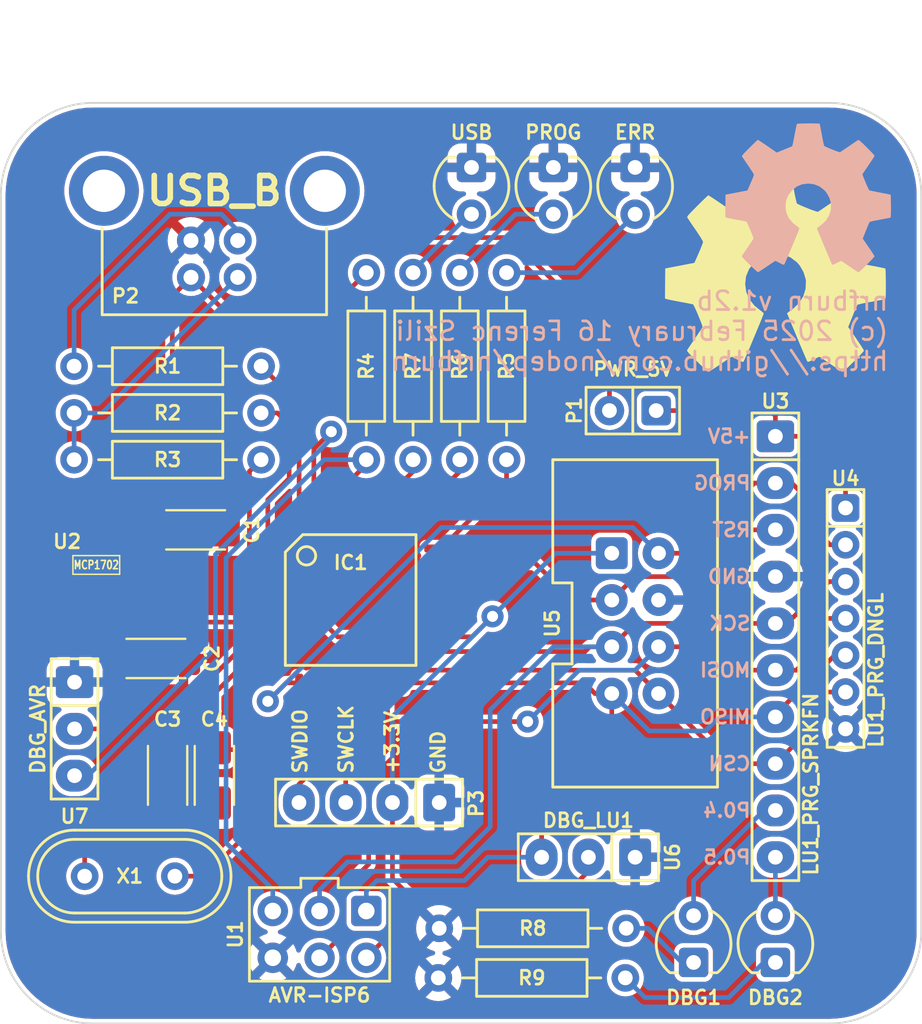
<source format=kicad_pcb>
(kicad_pcb (version 20240108) (generator "pcbnew") (generator_version "8.0")
  (layers (0 "F.Cu" signal) (31 "B.Cu" signal) (34 "B.Paste" user) (35 "F.Paste" user) (36 "B.SilkS" user "B.Silkscreen") (37 "F.SilkS" user "F.Silkscreen") (38 "B.Mask" user) (39 "F.Mask" user) (44 "Edge.Cuts" user))
  (net 0 "")
  (net 1 "+5V")
  (net 2 "GND")
  (net 3 "Net-(IC1-(PCINT6{slash}XTAL1{slash}TOSC1)PB6)")
  (net 4 "Net-(IC1-(PCINT7{slash}XTAL2{slash}TOSC2)PB7)")
  (net 5 "Net-(D1-K)")
  (net 6 "/D-")
  (net 7 "/DPU")
  (net 8 "/PROG")
  (net 9 "/SWDIO")
  (net 10 "/SWCLK")
  (net 11 "/CSN")
  (net 12 "/MOSI")
  (net 13 "/MISO")
  (net 14 "/SCK")
  (net 15 "/TGT_RST")
  (net 16 "/AVR_TX")
  (net 17 "/D+")
  (net 18 "Net-(D2-K)")
  (net 19 "/AVR_RST")
  (net 20 "/DBG1")
  (net 21 "Net-(D3-K)")
  (net 22 "/DBG2")
  (net 23 "Net-(D4-A)")
  (net 24 "+3V3")
  (net 25 "Net-(D5-A)")
  (net 28 "Net-(IC1-(PCINT9{slash}ADC1)PC1)")
  (net 31 "Net-(IC1-(PCINT11{slash}ADC3)PC3)")
  (net 33 "Net-(IC1-(PCINT10{slash}ADC2)PC2)")
  (net 37 "Net-(P1-P1)")
  (net 39 "Net-(P2-D+)")
  (net 40 "Net-(P2-D-)")
  (footprint "nrfburn:c_1206" (layer "F.Cu") (at 60.579 123.19 180)
    (property "Reference" "C1" (at -3.048 0 -90) (layer "F.SilkS") (effects (font (size 0.75 0.75))))
    (property "Value" "1uF" (hide yes))
    (pad "1" smd roundrect (at 1.5 0 180) (size 1.8 1.8) (layers "F.Cu" "F.Paste" "F.Mask") (roundrect_rratio 0.1388888889) (net 1 "+5V"))
    (pad "2" smd roundrect (at -1.5 0 180) (size 1.8 1.8) (layers "F.Cu" "F.Paste" "F.Mask") (roundrect_rratio 0.1388888889) (net 2 "GND"))
  )
  (footprint "nrfburn:c_1206" (layer "F.Cu") (at 58.42 130.175 180)
    (property "Reference" "C2" (at -3.048 0 -90) (layer "F.SilkS") (effects (font (size 0.75 0.75))))
    (property "Value" "1uF" (hide yes))
    (pad "1" smd roundrect (at 1.5 0 180) (size 1.8 1.8) (layers "F.Cu" "F.Paste" "F.Mask") (roundrect_rratio 0.1388888889) (net 24 "+3V3"))
    (pad "2" smd roundrect (at -1.5 0 180) (size 1.8 1.8) (layers "F.Cu" "F.Paste" "F.Mask") (roundrect_rratio 0.1388888889) (net 2 "GND"))
  )
  (footprint "nrfburn:c_1206" (layer "F.Cu") (at 59.055 136.525 -90)
    (property "Reference" "C3" (at -3.048 0 0) (layer "F.SilkS") (effects (font (size 0.75 0.75))))
    (property "Value" "18pF" (hide yes))
    (pad "1" smd roundrect (at 1.5 0 270) (size 1.8 1.8) (layers "F.Cu" "F.Paste" "F.Mask") (roundrect_rratio 0.1388888889) (net 2 "GND"))
    (pad "2" smd roundrect (at -1.5 0 270) (size 1.8 1.8) (layers "F.Cu" "F.Paste" "F.Mask") (roundrect_rratio 0.1388888889) (net 3 "Net-(IC1-(PCINT6{slash}XTAL1{slash}TOSC1)PB6)"))
  )
  (footprint "nrfburn:c_1206" (layer "F.Cu") (at 61.595 136.525 -90)
    (property "Reference" "C4" (at -3.048 0 0) (layer "F.SilkS") (effects (font (size 0.75 0.75))))
    (property "Value" "18pF" (hide yes))
    (pad "1" smd roundrect (at 1.5 0 270) (size 1.8 1.8) (layers "F.Cu" "F.Paste" "F.Mask") (roundrect_rratio 0.1388888889) (net 2 "GND"))
    (pad "2" smd roundrect (at -1.5 0 270) (size 1.8 1.8) (layers "F.Cu" "F.Paste" "F.Mask") (roundrect_rratio 0.1388888889) (net 4 "Net-(IC1-(PCINT7{slash}XTAL2{slash}TOSC2)PB7)"))
  )
  (footprint "nrfburn:LED-3MM" (layer "F.Cu") (at 80.01 104.775 90)
    (property "Reference" "D1")
    (property "Value" "PROG" (at 3.175 0 180) (layer "F.SilkS") (effects (font (size 0.75 0.75))))
    (pad "1" thru_hole circle (at -1.27 0 90) (size 1.6 1.6) (drill 0.8) (layers "*.Cu" "*.Mask") (net 5 "Net-(D1-K)"))
    (pad "2" thru_hole roundrect (at 1.27 0 90) (size 1.6 1.6) (drill 0.8) (layers "*.Cu" "*.Mask") (roundrect_rratio 0.15625) (net 2 "GND"))
  )
  (footprint "nrfburn:LED-3MM" (layer "F.Cu") (at 84.455 104.775 90)
    (property "Reference" "D2")
    (property "Value" "ERR" (at 3.175 0 180) (layer "F.SilkS") (effects (font (size 0.75 0.75))))
    (pad "1" thru_hole circle (at -1.27 0 90) (size 1.6 1.6) (drill 0.8) (layers "*.Cu" "*.Mask") (net 18 "Net-(D2-K)"))
    (pad "2" thru_hole roundrect (at 1.27 0 90) (size 1.6 1.6) (drill 0.8) (layers "*.Cu" "*.Mask") (roundrect_rratio 0.15625) (net 2 "GND"))
  )
  (footprint "nrfburn:LED-3MM" (layer "F.Cu") (at 75.565 104.775 90)
    (property "Reference" "D3")
    (property "Value" "USB" (at 3.175 0 180) (layer "F.SilkS") (effects (font (size 0.75 0.75))))
    (pad "1" thru_hole circle (at -1.27 0 90) (size 1.6 1.6) (drill 0.8) (layers "*.Cu" "*.Mask") (net 21 "Net-(D3-K)"))
    (pad "2" thru_hole roundrect (at 1.27 0 90) (size 1.6 1.6) (drill 0.8) (layers "*.Cu" "*.Mask") (roundrect_rratio 0.15625) (net 2 "GND"))
  )
  (footprint "nrfburn:Pin_Header_Straight_1x02" (layer "F.Cu") (at 84.328 116.713 180)
    (property "Reference" "P1" (at 3.175 0 -90) (layer "F.SilkS") (effects (font (size 0.75 0.75))))
    (property "Value" "PWR_5V" (at 0 2.25 180) (layer "F.SilkS") (effects (font (size 0.75 0.75))))
    (pad "1" thru_hole roundrect (at -1.27 0 180) (size 1.6 1.6) (drill 0.8) (layers "*.Cu" "*.Mask") (roundrect_rratio 0.15625) (net 37 "Net-(P1-P1)"))
    (pad "2" thru_hole circle (at 1.27 0 180) (size 1.6 1.6) (drill 0.8) (layers "*.Cu" "*.Mask") (net 1 "+5V"))
  )
  (footprint "nrfburn:Pin_Header_Straight_1x04" (layer "F.Cu") (at 70 138 180)
    (property "Reference" "P3" (at -5.819 -0.049 -90) (layer "F.SilkS") (effects (font (size 0.75 0.75))))
    (property "Value" "SWD" (hide yes))
    (pad "1" thru_hole roundrect (at -3.81 0 180) (size 1.7272 2.032) (drill 0.8) (layers "*.Cu" "*.Mask") (roundrect_rratio 0.1447429365) (net 2 "GND"))
    (pad "2" thru_hole oval (at -1.27 0 180) (size 1.7272 2.032) (drill 0.8) (layers "*.Cu" "*.Mask") (net 24 "+3V3"))
    (pad "3" thru_hole oval (at 1.27 0 180) (size 1.7272 2.032) (drill 0.8) (layers "*.Cu" "*.Mask") (net 10 "/SWCLK"))
    (pad "4" thru_hole oval (at 3.81 0 180) (size 1.7272 2.032) (drill 0.8) (layers "*.Cu" "*.Mask") (net 9 "/SWDIO"))
  )
  (footprint "nrfburn:Resistor_Horizontal_RM10mm" (layer "F.Cu") (at 59.055 114.3 180)
    (property "Reference" "R1" (at 0 0 180) (layer "F.SilkS") (effects (font (size 0.75 0.75))))
    (property "Value" "68R" (hide yes))
    (pad "1" thru_hole circle (at -5.08 0 180) (size 1.5 1.5) (drill 0.8) (layers "*.Cu" "*.Mask") (net 17 "/D+"))
    (pad "2" thru_hole circle (at 5.08 0 180) (size 1.5 1.5) (drill 0.8) (layers "*.Cu" "*.Mask") (net 39 "Net-(P2-D+)"))
  )
  (footprint "nrfburn:Resistor_Horizontal_RM10mm" (layer "F.Cu") (at 59.055 116.84 180)
    (property "Reference" "R2" (at 0 0 180) (layer "F.SilkS") (effects (font (size 0.75 0.75))))
    (property "Value" "68R" (hide yes))
    (pad "1" thru_hole circle (at -5.08 0 180) (size 1.5 1.5) (drill 0.8) (layers "*.Cu" "*.Mask") (net 6 "/D-"))
    (pad "2" thru_hole circle (at 5.08 0 180) (size 1.5 1.5) (drill 0.8) (layers "*.Cu" "*.Mask") (net 40 "Net-(P2-D-)"))
  )
  (footprint "nrfburn:Resistor_Horizontal_RM10mm" (layer "F.Cu") (at 59.055 119.38 180)
    (property "Reference" "R3" (at 0 0 180) (layer "F.SilkS") (effects (font (size 0.75 0.75))))
    (property "Value" "1K5" (hide yes))
    (pad "1" thru_hole circle (at -5.08 0 180) (size 1.5 1.5) (drill 0.8) (layers "*.Cu" "*.Mask") (net 7 "/DPU"))
    (pad "2" thru_hole circle (at 5.08 0 180) (size 1.5 1.5) (drill 0.8) (layers "*.Cu" "*.Mask") (net 40 "Net-(P2-D-)"))
  )
  (footprint "nrfburn:Resistor_Horizontal_RM10mm" (layer "F.Cu") (at 69.85 114.3 -90)
    (property "Reference" "R4" (at 0 0 -90) (layer "F.SilkS") (effects (font (size 0.75 0.75))))
    (property "Value" "10K" (hide yes))
    (pad "1" thru_hole circle (at -5.08 0 270) (size 1.5 1.5) (drill 0.8) (layers "*.Cu" "*.Mask") (net 24 "+3V3"))
    (pad "2" thru_hole circle (at 5.08 0 270) (size 1.5 1.5) (drill 0.8) (layers "*.Cu" "*.Mask") (net 19 "/AVR_RST"))
  )
  (footprint "nrfburn:Resistor_Horizontal_RM10mm" (layer "F.Cu") (at 77.47 114.3 -90)
    (property "Reference" "R5" (at 0 0 -90) (layer "F.SilkS") (effects (font (size 0.75 0.75))))
    (property "Value" "1K" (hide yes))
    (pad "1" thru_hole circle (at -5.08 0 270) (size 1.5 1.5) (drill 0.8) (layers "*.Cu" "*.Mask") (net 18 "Net-(D2-K)"))
    (pad "2" thru_hole circle (at 5.08 0 270) (size 1.5 1.5) (drill 0.8) (layers "*.Cu" "*.Mask") (net 28 "Net-(IC1-(PCINT9{slash}ADC1)PC1)"))
  )
  (footprint "nrfburn:Resistor_Horizontal_RM10mm" (layer "F.Cu") (at 74.93 114.3 -90)
    (property "Reference" "R6" (at 0 0 -90) (layer "F.SilkS") (effects (font (size 0.75 0.75))))
    (property "Value" "1K" (hide yes))
    (pad "1" thru_hole circle (at -5.08 0 270) (size 1.5 1.5) (drill 0.8) (layers "*.Cu" "*.Mask") (net 5 "Net-(D1-K)"))
    (pad "2" thru_hole circle (at 5.08 0 270) (size 1.5 1.5) (drill 0.8) (layers "*.Cu" "*.Mask") (net 33 "Net-(IC1-(PCINT10{slash}ADC2)PC2)"))
  )
  (footprint "nrfburn:Resistor_Horizontal_RM10mm" (layer "F.Cu") (at 72.39 114.3 -90)
    (property "Reference" "R7" (at 0 0 -90) (layer "F.SilkS") (effects (font (size 0.75 0.75))))
    (property "Value" "1K" (hide yes))
    (pad "1" thru_hole circle (at -5.08 0 270) (size 1.5 1.5) (drill 0.8) (layers "*.Cu" "*.Mask") (net 21 "Net-(D3-K)"))
    (pad "2" thru_hole circle (at 5.08 0 270) (size 1.5 1.5) (drill 0.8) (layers "*.Cu" "*.Mask") (net 31 "Net-(IC1-(PCINT11{slash}ADC3)PC3)"))
  )
  (footprint "nrfburn:AVR_ISP6" (layer "F.Cu") (at 67.31 145.161 -90)
    (property "Reference" "U1" (at 0 4.572 -90) (layer "F.SilkS") (effects (font (size 0.75 0.75))))
    (property "Value" "AVR-ISP6" (at 3.302 0 0) (layer "F.SilkS") (effects (font (size 0.75 0.75))))
    (pad "1" thru_hole roundrect (at -1.27 -2.54 270) (size 1.65 1.65) (drill 0.9) (layers "*.Cu" "*.Mask") (roundrect_rratio 0.1515151515) (net 13 "/MISO"))
    (pad "2" thru_hole circle (at 1.27 -2.54 270) (size 1.65 1.65) (drill 0.9) (layers "*.Cu" "*.Mask") (net 24 "+3V3"))
    (pad "3" thru_hole circle (at -1.27 0 270) (size 1.65 1.65) (drill 0.9) (layers "*.Cu" "*.Mask") (net 14 "/SCK"))
    (pad "4" thru_hole circle (at 1.27 0 270) (size 1.65 1.65) (drill 0.9) (layers "*.Cu" "*.Mask") (net 12 "/MOSI"))
    (pad "5" thru_hole circle (at -1.27 2.54 270) (size 1.65 1.65) (drill 0.9) (layers "*.Cu" "*.Mask") (net 19 "/AVR_RST"))
    (pad "6" thru_hole circle (at 1.27 2.54 270) (size 1.65 1.65) (drill 0.9) (layers "*.Cu" "*.Mask") (net 2 "GND"))
  )
  (footprint "nrfburn:Pin_Header_Straight_1x10" (layer "F.Cu") (at 92.075 129.54 -90)
    (property "Reference" "U3" (at -13.335 0 0) (layer "F.SilkS") (effects (font (size 0.75 0.75))))
    (property "Value" "LU1_PRG_SPRKFN" (at 7.46 -1.925 -90) (layer "F.SilkS") (effects (font (size 0.75 0.75) (thickness 0.15) (bold yes))))
    (pad "1" thru_hole roundrect (at -11.43 0 270) (size 1.7272 2.032) (drill 0.8) (layers "*.Cu" "*.Mask") (roundrect_rratio 0.1447429365) (net 37 "Net-(P1-P1)"))
    (pad "2" thru_hole oval (at -8.89 0 270) (size 1.7272 2.032) (drill 0.8) (layers "*.Cu" "*.Mask") (net 8 "/PROG"))
    (pad "3" thru_hole oval (at -6.35 0 270) (size 1.7272 2.032) (drill 0.8) (layers "*.Cu" "*.Mask") (net 15 "/TGT_RST"))
    (pad "4" thru_hole oval (at -3.81 0 270) (size 1.7272 2.032) (drill 0.8) (layers "*.Cu" "*.Mask") (net 2 "GND"))
    (pad "5" thru_hole oval (at -1.27 0 270) (size 1.7272 2.032) (drill 0.8) (layers "*.Cu" "*.Mask") (net 14 "/SCK"))
    (pad "6" thru_hole oval (at 1.27 0 270) (size 1.7272 2.032) (drill 0.8) (layers "*.Cu" "*.Mask") (net 12 "/MOSI"))
    (pad "7" thru_hole oval (at 3.81 0 270) (size 1.7272 2.032) (drill 0.8) (layers "*.Cu" "*.Mask") (net 13 "/MISO"))
    (pad "8" thru_hole oval (at 6.35 0 270) (size 1.7272 2.032) (drill 0.8) (layers "*.Cu" "*.Mask") (net 11 "/CSN"))
    (pad "9" thru_hole oval (at 8.89 0 270) (size 1.7272 2.032) (drill 0.8) (layers "*.Cu" "*.Mask") (net 20 "/DBG1"))
    (pad "10" thru_hole oval (at 11.43 0 270) (size 1.7272 2.032) (drill 0.8) (layers "*.Cu" "*.Mask") (net 22 "/DBG2"))
  )
  (footprint "nrfburn:LU1_PRG_DONGLE" (layer "F.Cu") (at 95.885 128)
    (property "Reference" "U4" (at 0 -7.604 0) (layer "F.SilkS") (effects (font (size 0.75 0.75))))
    (property "Value" "LU1_PRG_DNGL" (at 1.651 2.81 90) (layer "F.SilkS") (effects (font (size 0.75 0.75) (thickness 0.15) (bold yes))))
    (pad "1" thru_hole roundrect (at 0 -6) (size 1.5 1.5) (drill 0.8) (layers "*.Cu" "*.Mask") (roundrect_rratio 0.1923076923) (net 37 "Net-(P1-P1)"))
    (pad "2" thru_hole circle (at 0 -4) (size 1.5 1.5) (drill 0.8) (layers "*.Cu" "*.Mask") (net 8 "/PROG"))
    (pad "3" thru_hole circle (at 0 -2) (size 1.5 1.5) (drill 0.8) (layers "*.Cu" "*.Mask") (net 14 "/SCK"))
    (pad "4" thru_hole circle (at 0 0) (size 1.5 1.5) (drill 0.8) (layers "*.Cu" "*.Mask") (net 12 "/MOSI"))
    (pad "5" thru_hole circle (at 0 2) (size 1.5 1.5) (drill 0.8) (layers "*.Cu" "*.Mask") (net 13 "/MISO"))
    (pad "6" thru_hole circle (at 0 4) (size 1.5 1.5) (drill 0.8) (layers "*.Cu" "*.Mask") (net 11 "/CSN"))
    (pad "7" thru_hole circle (at 0 6) (size 1.5 1.5) (drill 0.8) (layers "*.Cu" "*.Mask") (net 2 "GND"))
  )
  (footprint "nrfburn:NRF_ICSP_RibbonCable" (layer "F.Cu") (at 84.455 128.27 -90)
    (property "Reference" "U5" (at 0 4.5 90) (layer "F.SilkS") (effects (font (size 0.75 0.75))))
    (property "Value" "LE1_PRG" (hide yes))
    (pad "1" thru_hole roundrect (at -3.81 1.27 270) (size 1.7272 1.7272) (drill 0.8) (layers "*.Cu" "*.Mask") (roundrect_rratio 0.1447429365) (net 24 "+3V3"))
    (pad "2" thru_hole oval (at -3.81 -1.27 270) (size 1.7272 1.7272) (drill 0.8) (layers "*.Cu" "*.Mask") (net 8 "/PROG"))
    (pad "3" thru_hole oval (at -1.27 1.27 270) (size 1.7272 1.7272) (drill 0.8) (layers "*.Cu" "*.Mask") (net 15 "/TGT_RST"))
    (pad "4" thru_hole oval (at -1.27 -1.27 270) (size 1.7272 1.7272) (drill 0.8) (layers "*.Cu" "*.Mask") (net 2 "GND"))
    (pad "5" thru_hole oval (at 1.27 1.27 270) (size 1.7272 1.7272) (drill 0.8) (layers "*.Cu" "*.Mask") (net 14 "/SCK"))
    (pad "6" thru_hole oval (at 1.27 -1.27 270) (size 1.7272 1.7272) (drill 0.8) (layers "*.Cu" "*.Mask") (net 12 "/MOSI"))
    (pad "7" thru_hole oval (at 3.81 1.27 270) (size 1.7272 1.7272) (drill 0.8) (layers "*.Cu" "*.Mask") (net 13 "/MISO"))
    (pad "8" thru_hole oval (at 3.81 -1.27 270) (size 1.7272 1.7272) (drill 0.8) (layers "*.Cu" "*.Mask") (net 11 "/CSN"))
  )
  (footprint "nrfburn:Pin_Header_Straight_1x03" (layer "F.Cu") (at 81.915 140.97 180)
    (property "Reference" "U6" (at -4.572 0 -90) (layer "F.SilkS") (effects (font (size 0.75 0.75))))
    (property "Value" "DBG_LU1" (at 0 2 180) (layer "F.SilkS") (effects (font (size 0.75 0.75))))
    (pad "1" thru_hole roundrect (at -2.54 0 180) (size 1.7272 2.032) (drill 0.8) (layers "*.Cu" "*.Mask") (roundrect_rratio 0.1447429365) (net 2 "GND"))
    (pad "2" thru_hole oval (at 0 0 180) (size 1.7272 2.032) (drill 0.8) (layers "*.Cu" "*.Mask") (net 24 "+3V3"))
    (pad "3" thru_hole oval (at 2.54 0 180) (size 1.7272 2.032) (drill 0.8) (layers "*.Cu" "*.Mask") (net 13 "/MISO"))
  )
  (footprint "nrfburn:Crystal_HC49-U_Vertical" (layer "F.Cu") (at 57 142)
    (property "Reference" "X1" (at 0 0 0) (layer "F.SilkS") (effects (font (size 0.75 0.75))))
    (property "Value" "12MHz" (hide yes))
    (pad "1" thru_hole circle (at -2.45 0) (size 1.50114 1.50114) (drill 0.8) (layers "*.Cu" "*.Mask") (net 3 "Net-(IC1-(PCINT6{slash}XTAL1{slash}TOSC1)PB6)"))
    (pad "2" thru_hole circle (at 2.45 0) (size 1.50114 1.50114) (drill 0.8) (layers "*.Cu" "*.Mask") (net 4 "Net-(IC1-(PCINT7{slash}XTAL2{slash}TOSC2)PB7)"))
  )
  (footprint "nrfburn:Pin_Header_Straight_1x03" (layer "F.Cu") (at 54 134 -90)
    (property "Reference" "U7" (at 4.75 0 0) (layer "F.SilkS") (effects (font (size 0.75 0.75))))
    (property "Value" "DBG_AVR" (at 0 2 -90) (layer "F.SilkS") (effects (font (size 0.75 0.75))))
    (pad "1" thru_hole roundrect (at -2.54 0 270) (size 1.7272 2.032) (drill 0.8) (layers "*.Cu" "*.Mask") (roundrect_rratio 0.1447429365) (net 2 "GND"))
    (pad "2" thru_hole oval (at 0 0 270) (size 1.7272 2.032) (drill 0.8) (layers "*.Cu" "*.Mask") (net 24 "+3V3"))
    (pad "3" thru_hole oval (at 2.54 0 270) (size 1.7272 2.032) (drill 0.8) (layers "*.Cu" "*.Mask") (net 16 "/AVR_TX"))
  )
  (footprint "nrfburn:Resistor_Horizontal_RM10mm" (layer "F.Cu") (at 78.8924 144.8308 180)
    (property "Reference" "R8" (at 0 0 180) (layer "F.SilkS") (effects (font (size 0.75 0.75))))
    (property "Value" "1K" (hide yes))
    (pad "1" thru_hole circle (at -5.08 0 180) (size 1.5 1.5) (drill 0.8) (layers "*.Cu" "*.Mask") (net 23 "Net-(D4-A)"))
    (pad "2" thru_hole circle (at 5.08 0 180) (size 1.5 1.5) (drill 0.8) (layers "*.Cu" "*.Mask") (net 2 "GND"))
  )
  (footprint "nrfburn:Resistor_Horizontal_RM10mm" (layer "F.Cu") (at 78.8416 147.5232 180)
    (property "Reference" "R9" (at 0 0 180) (layer "F.SilkS") (effects (font (size 0.75 0.75))))
    (property "Value" "1K" (hide yes))
    (pad "1" thru_hole circle (at -5.08 0 180) (size 1.5 1.5) (drill 0.8) (layers "*.Cu" "*.Mask") (net 25 "Net-(D5-A)"))
    (pad "2" thru_hole circle (at 5.08 0 180) (size 1.5 1.5) (drill 0.8) (layers "*.Cu" "*.Mask") (net 2 "GND"))
  )
  (footprint "nrfburn:LED-3MM" (layer "F.Cu") (at 87.63 145.415 -90)
    (property "Reference" "D4")
    (property "Value" "DBG1" (at 3.175 0 0) (layer "F.SilkS") (effects (font (size 0.75 0.75))))
    (pad "1" thru_hole circle (at -1.27 0 270) (size 1.6 1.6) (drill 0.8) (layers "*.Cu" "*.Mask") (net 20 "/DBG1"))
    (pad "2" thru_hole roundrect (at 1.27 0 270) (size 1.6 1.6) (drill 0.8) (layers "*.Cu" "*.Mask") (roundrect_rratio 0.15625) (net 23 "Net-(D4-A)"))
  )
  (footprint "nrfburn:LED-3MM" (layer "F.Cu") (at 92.075 145.415 -90)
    (property "Reference" "D5")
    (property "Value" "DBG2" (at 3.175 0 0) (layer "F.SilkS") (effects (font (size 0.75 0.75))))
    (pad "1" thru_hole circle (at -1.27 0 270) (size 1.6 1.6) (drill 0.8) (layers "*.Cu" "*.Mask") (net 22 "/DBG2"))
    (pad "2" thru_hole roundrect (at 1.27 0 270) (size 1.6 1.6) (drill 0.8) (layers "*.Cu" "*.Mask") (roundrect_rratio 0.15625) (net 25 "Net-(D5-A)"))
  )
  (footprint "nrfburn:SOT23" (layer "F.Cu") (at 55.1815 125.095)
    (property "Reference" "U2" (at -1.5875 -1.27 180) (layer "F.SilkS") (effects (font (size 0.75 0.75) (thickness 0.15) (bold yes))))
    (property "Value" "MCP1702" (at 0 0 0) (layer "F.SilkS") (effects (font (size 0.45 0.35) (thickness 0.0875) (bold yes))))
    (pad "1" smd roundrect (at -0.9525 1.3) (size 0.8 1.4) (layers "F.Cu" "F.Mask") (net 2 "GND"))
    (pad "2" smd roundrect (at 0.9525 1.3) (size 0.8 1.4) (layers "F.Cu" "F.Mask") (net 24 "+3V3"))
    (pad "3" smd roundrect (at 0 -1.3) (size 0.8 1.4) (layers "F.Cu" "F.Mask") (net 1 "+5V"))
  )
  (footprint "nrfburn:USB_B_loc" (layer "F.Cu") (at 61.595 104.775 180)
    (property "Reference" "P2" (at 4.826 -5.715 180) (layer "F.SilkS") (effects (font (size 0.75 0.75))))
    (property "Value" "USB_B" (at 0 0 180) (layer "F.SilkS") (effects (font (size 1.524 1.524) (thickness 0.3048))))
    (pad "1" thru_hole circle (at 1.27 -4.699 180) (size 1.524 1.524) (drill 0.8128) (layers "*.Cu" "*.Mask") (net 1 "+5V"))
    (pad "2" thru_hole circle (at -1.27 -4.699 180) (size 1.524 1.524) (drill 0.8128) (layers "*.Cu" "*.Mask") (net 40 "Net-(P2-D-)"))
    (pad "3" thru_hole circle (at -1.27 -2.70002 180) (size 1.524 1.524) (drill 0.8128) (layers "*.Cu" "*.Mask") (net 39 "Net-(P2-D+)"))
    (pad "4" thru_hole circle (at 1.27 -2.70002 180) (size 1.524 1.524) (drill 0.8128) (layers "*.Cu" "*.Mask") (net 2 "GND"))
    (pad "5" thru_hole circle (at -5.99948 0 180) (size 3.8 3.8) (drill 2.3) (layers "*.Cu" "*.Mask"))
    (pad "5" thru_hole circle (at 5.99948 0 180) (size 3.8 3.8) (drill 2.3) (layers "*.Cu" "*.Mask"))
  )
  (footprint "nrfburn:TQFP32" (layer "F.Cu") (at 69 127)
    (property "Reference" "IC1" (at 0 -2.032 0) (layer "F.SilkS") (effects (font (size 0.75 0.75) (thickness 0.15) (bold yes))))
    (property "Value" "ATMEGA88PA-AU" (hide yes))
    (pad "1" smd roundrect (at -4.5 -2.8) (size 1 0.43) (layers "F.Cu" "F.Paste" "F.Mask") (net 6 "/D-"))
    (pad "2" smd roundrect (at -4.5 -2) (size 1 0.43) (layers "F.Cu" "F.Paste" "F.Mask") (net 7 "/DPU"))
    (pad "3" smd roundrect (at -4.5 -1.2) (size 1 0.43) (layers "F.Cu" "F.Paste" "F.Mask") (net 2 "GND"))
    (pad "4" smd roundrect (at -4.5 -0.4) (size 1 0.43) (layers "F.Cu" "F.Paste" "F.Mask") (net 24 "+3V3"))
    (pad "5" smd roundrect (at -4.5 0.4) (size 1 0.43) (layers "F.Cu" "F.Paste" "F.Mask") (net 2 "GND"))
    (pad "6" smd roundrect (at -4.5 1.2) (size 1 0.43) (layers "F.Cu" "F.Paste" "F.Mask") (net 24 "+3V3"))
    (pad "7" smd roundrect (at -4.5 2) (size 1 0.43) (layers "F.Cu" "F.Paste" "F.Mask") (net 3 "Net-(IC1-(PCINT6{slash}XTAL1{slash}TOSC1)PB6)"))
    (pad "8" smd roundrect (at -4.5 2.8) (size 1 0.43) (layers "F.Cu" "F.Paste" "F.Mask") (net 4 "Net-(IC1-(PCINT7{slash}XTAL2{slash}TOSC2)PB7)"))
    (pad "9" smd roundrect (at -2.8 4.5) (size 0.43 1) (layers "F.Cu" "F.Paste" "F.Mask") (net 8 "/PROG"))
    (pad "10" smd roundrect (at -2 4.5) (size 0.43 1) (layers "F.Cu" "F.Paste" "F.Mask"))
    (pad "11" smd roundrect (at -1.2 4.5) (size 0.43 1) (layers "F.Cu" "F.Paste" "F.Mask"))
    (pad "12" smd roundrect (at -0.4 4.5) (size 0.43 1) (layers "F.Cu" "F.Paste" "F.Mask") (net 9 "/SWDIO"))
    (pad "13" smd roundrect (at 0.4 4.5) (size 0.43 1) (layers "F.Cu" "F.Paste" "F.Mask") (net 10 "/SWCLK"))
    (pad "14" smd roundrect (at 1.2 4.5) (size 0.43 1) (layers "F.Cu" "F.Paste" "F.Mask") (net 11 "/CSN"))
    (pad "15" smd roundrect (at 2 4.5) (size 0.43 1) (layers "F.Cu" "F.Paste" "F.Mask") (net 12 "/MOSI"))
    (pad "16" smd roundrect (at 2.8 4.5) (size 0.43 1) (layers "F.Cu" "F.Paste" "F.Mask") (net 13 "/MISO"))
    (pad "17" smd roundrect (at 4.5 2.8) (size 1 0.43) (layers "F.Cu" "F.Paste" "F.Mask") (net 14 "/SCK"))
    (pad "18" smd roundrect (at 4.5 2) (size 1 0.43) (layers "F.Cu" "F.Paste" "F.Mask") (net 24 "+3V3"))
    (pad "19" smd roundrect (at 4.5 1.2) (size 1 0.43) (layers "F.Cu" "F.Paste" "F.Mask"))
    (pad "20" smd roundrect (at 4.5 0.4) (size 1 0.43) (layers "F.Cu" "F.Paste" "F.Mask"))
    (pad "21" smd roundrect (at 4.5 -0.4) (size 1 0.43) (layers "F.Cu" "F.Paste" "F.Mask") (net 2 "GND"))
    (pad "22" smd roundrect (at 4.5 -1.2) (size 1 0.43) (layers "F.Cu" "F.Paste" "F.Mask"))
    (pad "23" smd roundrect (at 4.5 -2) (size 1 0.43) (layers "F.Cu" "F.Paste" "F.Mask") (net 15 "/TGT_RST"))
    (pad "24" smd roundrect (at 4.5 -2.8) (size 1 0.43) (layers "F.Cu" "F.Paste" "F.Mask") (net 28 "Net-(IC1-(PCINT9{slash}ADC1)PC1)"))
    (pad "25" smd roundrect (at 2.8 -4.5) (size 0.43 1) (layers "F.Cu" "F.Paste" "F.Mask") (net 33 "Net-(IC1-(PCINT10{slash}ADC2)PC2)"))
    (pad "26" smd roundrect (at 2 -4.5) (size 0.43 1) (layers "F.Cu" "F.Paste" "F.Mask") (net 31 "Net-(IC1-(PCINT11{slash}ADC3)PC3)"))
    (pad "27" smd roundrect (at 1.2 -4.5) (size 0.43 1) (layers "F.Cu" "F.Paste" "F.Mask"))
    (pad "28" smd roundrect (at 0.4 -4.5) (size 0.43 1) (layers "F.Cu" "F.Paste" "F.Mask"))
    (pad "29" smd roundrect (at -0.4 -4.5) (size 0.43 1) (layers "F.Cu" "F.Paste" "F.Mask") (net 19 "/AVR_RST"))
    (pad "30" smd roundrect (at -1.2 -4.5) (size 0.43 1) (layers "F.Cu" "F.Paste" "F.Mask"))
    (pad "31" smd roundrect (at -2 -4.5) (size 0.43 1) (layers "F.Cu" "F.Paste" "F.Mask") (net 16 "/AVR_TX"))
    (pad "32" smd roundrect (at -2.8 -4.5) (size 0.43 1) (layers "F.Cu" "F.Paste" "F.Mask") (net 17 "/D+"))
  )
  (footprint "nrfburn:OSHW-logo_silkscreen-front_12mm" (layer "F.Cu") (at 92.075 109.22)
    (property "Reference" "G***" (hide yes))
    (property "Value" "OSHW-logo_silkscreen-front_12mm" (hide yes))
  )
  (footprint "nrfburn:OSHW-logo_silkscreen-back_9mm" (layer "B.Cu") (at 93.853 105.156 180)
    (property "Reference" "G***" (hide yes))
    (property "Value" "OSHW-logo_silkscreen-back_9mm" (hide yes))
  )
  (gr_line (start 55 100) (end 95 100) (stroke (width 0.1)) (layer "Edge.Cuts"))
  (gr_line (start 50 145) (end 50 105) (stroke (width 0.1)) (layer "Edge.Cuts"))
  (gr_line (start 100 105) (end 100 145) (stroke (width 0.1)) (layer "Edge.Cuts"))
  (gr_arc (start 95 100) (mid 98.535534 101.464466) (end 100 105) (stroke (width 0.1)) (layer "Edge.Cuts"))
  (gr_arc (start 100 145) (mid 98.535534 148.535534) (end 95 150) (stroke (width 0.1)) (layer "Edge.Cuts"))
  (gr_arc (start 50 105) (mid 51.464466 101.464466) (end 55 100) (stroke (width 0.1)) (layer "Edge.Cuts"))
  (gr_arc (start 55 150) (mid 51.464466 148.535534) (end 50 145) (stroke (width 0.1)) (layer "Edge.Cuts"))
  (gr_line (start 95 150) (end 55 150) (stroke (width 0.1)) (layer "Edge.Cuts"))
  (gr_text "P0.4" (at 90.805 138.43 0) (layer "B.SilkS") (effects (font (size 0.75 0.75)) (justify left mirror)))
  (gr_text "nrfburn v1.2b\n(c) 2025 February 16 Ferenc Szili\nhttps://github.com/nodep/nrfburn" (at 98.298 112.395 0) (layer "B.SilkS") (effects (font (size 1.016 1.016)) (justify left mirror)))
  (gr_text "CSN" (at 90.805 135.89 0) (layer "B.SilkS") (effects (font (size 0.75 0.75)) (justify left mirror)))
  (gr_text "GND" (at 90.805 125.73 0) (layer "B.SilkS") (effects (font (size 0.75 0.75)) (justify left mirror)))
  (gr_text "MISO" (at 90.805 133.35 0) (layer "B.SilkS") (effects (font (size 0.75 0.75)) (justify left mirror)))
  (gr_text "PROG" (at 90.805 120.65 0) (layer "B.SilkS") (effects (font (size 0.75 0.75)) (justify left mirror)))
  (gr_text "P0.5" (at 90.805 140.97 0) (layer "B.SilkS") (effects (font (size 0.75 0.75)) (justify left mirror)))
  (gr_text "+5V" (at 90.805 118.11 0) (layer "B.SilkS") (effects (font (size 0.75 0.75)) (justify left mirror)))
  (gr_text "RST" (at 90.805 123.19 0) (layer "B.SilkS") (effects (font (size 0.75 0.75)) (justify left mirror)))
  (gr_text "MOSI" (at 90.805 130.81 0) (layer "B.SilkS") (effects (font (size 0.75 0.75)) (justify left mirror)))
  (gr_text "SCK" (at 90.805 128.27 0) (layer "B.SilkS") (effects (font (size 0.75 0.75)) (justify left mirror)))
  (gr_text "GND" (at 73.75 136.5 90) (layer "F.SilkS") (effects (font (size 0.75 0.75)) (justify left)))
  (gr_text "SWDIO" (at 66.25 136.5 90) (layer "F.SilkS") (effects (font (size 0.75 0.75)) (justify left)))
  (gr_text "+3.3V" (at 71.25 136.5 90) (layer "F.SilkS") (effects (font (size 0.75 0.75)) (justify left)))
  (gr_text "SWCLK" (at 68.75 136.5 90) (layer "F.SilkS") (effects (font (size 0.75 0.75)) (justify left)))
  (segment (start 59.309 110.49) (end 60.325 109.474) (width 0.254) (layer "F.Cu") (net 1))
  (segment (start 64.0715 111.125) (end 61.976 111.125) (width 0.254) (layer "F.Cu") (net 1))
  (segment (start 67.8815 107.315) (end 64.0715 111.125) (width 0.254) (layer "F.Cu") (net 1))
  (segment (start 77.6605 107.315) (end 67.8815 107.315) (width 0.254) (layer "F.Cu") (net 1))
  (segment (start 59.309 123.19) (end 56.9595 123.19) (width 0.254) (layer "F.Cu") (net 1))
  (segment (start 56.9595 123.19) (end 56.1545 123.995) (width 0.254) (layer "F.Cu") (net 1))
  (segment (start 61.976 111.125) (end 60.325 109.474) (width 0.254) (layer "F.Cu") (net 1))
  (segment (start 56.1545 123.995) (end 55.1815 123.995) (width 0.254) (layer "F.Cu") (net 1))
  (segment (start 83.058 112.7125) (end 77.6605 107.315) (width 0.254) (layer "F.Cu") (net 1))
  (segment (start 60.325 109.601) (end 60.325 109.474) (width 0.254) (layer "F.Cu") (net 1))
  (segment (start 83.058 116.713) (end 83.058 112.7125) (width 0.254) (layer "F.Cu") (net 1))
  (segment (start 59.309 123.19) (end 59.309 110.49) (width 0.254) (layer "F.Cu") (net 1))
  (segment (start 54.55 140.395) (end 56.515 138.43) (width 0.254) (layer "F.Cu") (net 3))
  (segment (start 56.515 138.43) (end 56.515 135.89) (width 0.254) (layer "F.Cu") (net 3))
  (segment (start 56.515 135.89) (end 57.277 135.128) (width 0.254) (layer "F.Cu") (net 3))
  (segment (start 57.277 135.128) (end 59.055 135.128) (width 0.254) (layer "F.Cu") (net 3))
  (segment (start 63.659 129) (end 59.055 133.604) (width 0.254) (layer "F.Cu") (net 3))
  (segment (start 59.055 133.604) (end 59.055 135.128) (width 0.254) (layer "F.Cu") (net 3))
  (segment (start 54.55 142) (end 54.55 140.395) (width 0.254) (layer "F.Cu") (net 3))
  (segment (start 64.5 129) (end 63.659 129) (width 0.254) (layer "F.Cu") (net 3))
  (segment (start 61.595 132.08) (end 63.875 129.8) (width 0.254) (layer "F.Cu") (net 4))
  (segment (start 63.875 129.8) (end 64.5 129.8) (width 0.254) (layer "F.Cu") (net 4))
  (segment (start 61.073 142) (end 63.627 139.446) (width 0.254) (layer "F.Cu") (net 4))
  (segment (start 63.627 139.446) (end 63.627 135.763) (width 0.254) (layer "F.Cu") (net 4))
  (segment (start 63.627 135.763) (end 62.992 135.128) (width 0.254) (layer "F.Cu") (net 4))
  (segment (start 62.992 135.128) (end 61.595 135.128) (width 0.254) (layer "F.Cu") (net 4))
  (segment (start 61.595 135.128) (end 61.595 132.08) (width 0.254) (layer "F.Cu") (net 4))
  (segment (start 59.45 142) (end 61.073 142) (width 0.254) (layer "F.Cu") (net 4))
  (segment (start 80.01 106.045) (end 77.955 106.045) (width 0.254) (layer "B.Cu") (net 5))
  (segment (start 77.955 106.045) (end 74.93 109.07) (width 0.254) (layer "B.Cu") (net 5))
  (segment (start 74.93 109.07) (end 74.93 109.22) (width 0.254) (layer "B.Cu") (net 5))
  (segment (start 65.659 117.475) (end 65.659 120.396) (width 0.254) (layer "F.Cu") (net 6))
  (segment (start 65.024 116.84) (end 65.659 117.475) (width 0.254) (layer "F.Cu") (net 6))
  (segment (start 64.5 121.555) (end 64.5 124.2) (width 0.254) (layer "F.Cu") (net 6))
  (segment (start 64.135 116.84) (end 65.024 116.84) (width 0.254) (layer "F.Cu") (net 6))
  (segment (start 65.659 120.396) (end 64.5 121.555) (width 0.254) (layer "F.Cu") (net 6))
  (segment (start 63.786 125) (end 63.5 124.714) (width 0.254) (layer "F.Cu") (net 7))
  (segment (start 63.5 124.714) (end 63.5 120.015) (width 0.254) (layer "F.Cu") (net 7))
  (segment (start 63.5 120.015) (end 64.135 119.38) (width 0.254) (layer "F.Cu") (net 7))
  (segment (start 64.5 125) (end 63.786 125) (width 0.254) (layer "F.Cu") (net 7))
  (segment (start 95.044 124) (end 93.98 122.936) (width 0.254) (layer "F.Cu") (net 8))
  (segment (start 93.98 122.936) (end 93.98 121.666) (width 0.254) (layer "F.Cu") (net 8))
  (segment (start 93.98 121.666) (end 92.964 120.65) (width 0.254) (layer "F.Cu") (net 8))
  (segment (start 92.964 120.65) (end 92.075 120.65) (width 0.254) (layer "F.Cu") (net 8))
  (segment (start 65.499996 131.5) (end 64.999995 132.000001) (width 0.254) (layer "F.Cu") (net 8))
  (segment (start 64.999995 132.000001) (end 64.499996 132.5) (width 0.254) (layer "F.Cu") (net 8))
  (segment (start 66.2 131.5) (end 65.499996 131.5) (width 0.254) (layer "F.Cu") (net 8))
  (segment (start 95.885 124) (end 95.044 124) (width 0.254) (layer "F.Cu") (net 8))
  (segment (start 92.075 120.65) (end 90.932 120.65) (width 0.254) (layer "F.Cu") (net 8))
  (segment (start 87.122 124.46) (end 85.725 124.46) (width 0.254) (layer "F.Cu") (net 8))
  (segment (start 90.932 120.65) (end 87.122 124.46) (width 0.254) (layer "F.Cu") (net 8))
  (via (at 64.499996 132.5) (size 1.2) (drill 0.6) (layers "F.Cu" "B.Cu") (net 8))
  (segment (start 73.936996 123.063) (end 64.999995 132.000001) (width 0.254) (layer "B.Cu") (net 8))
  (segment (start 85.725 124.46) (end 84.328 123.063) (width 0.254) (layer "B.Cu") (net 8))
  (segment (start 64.999995 132.000001) (end 64.499996 132.5) (width 0.254) (layer "B.Cu") (net 8))
  (segment (start 84.328 123.063) (end 73.936996 123.063) (width 0.254) (layer "B.Cu") (net 8))
  (segment (start 66.19 137.01) (end 68.6 134.6) (width 0.254) (layer "F.Cu") (net 9))
  (segment (start 68.6 134.6) (end 68.6 131.5) (width 0.254) (layer "F.Cu") (net 9))
  (segment (start 66.19 138) (end 66.19 137.01) (width 0.254) (layer "F.Cu") (net 9))
  (segment (start 69.4 134.943) (end 68.73 135.613) (width 0.254) (layer "F.Cu") (net 10))
  (segment (start 68.73 135.613) (end 68.73 138) (width 0.254) (layer "F.Cu") (net 10))
  (segment (start 69.4 131.5) (end 69.4 134.943) (width 0.254) (layer "F.Cu") (net 10))
  (segment (start 89.535 135.89) (end 85.725 132.08) (width 0.254) (layer "F.Cu") (net 11))
  (segment (start 94.107 133.858) (end 94.107 132.588) (width 0.254) (layer "F.Cu") (net 11))
  (segment (start 94.107 132.588) (end 94.695 132) (width 0.254) (layer "F.Cu") (net 11))
  (segment (start 94.695 132) (end 95.885 132) (width 0.254) (layer "F.Cu") (net 11))
  (segment (start 84.455 130.81) (end 72.771 130.81) (width 0.254) (layer "F.Cu") (net 11))
  (segment (start 72.771 130.81) (end 72.263 130.302) (width 0.254) (layer "F.Cu") (net 11))
  (segment (start 72.263 130.302) (end 70.612 130.302) (width 0.254) (layer "F.Cu") (net 11))
  (segment (start 70.612 130.302) (end 70.2 130.714) (width 0.254) (layer "F.Cu") (net 11))
  (segment (start 70.2 130.714) (end 70.2 131.5) (width 0.254) (layer "F.Cu") (net 11))
  (segment (start 85.725 132.08) (end 84.455 130.81) (width 0.254) (layer "F.Cu") (net 11))
  (segment (start 92.075 135.89) (end 94.107 133.858) (width 0.254) (layer "F.Cu") (net 11))
  (segment (start 92.075 135.89) (end 89.535 135.89) (width 0.254) (layer "F.Cu") (net 11))
  (segment (start 90.805 130.81) (end 89.535 129.54) (width 0.254) (layer "F.Cu") (net 12))
  (segment (start 89.535 129.54) (end 85.725 129.54) (width 0.254) (layer "F.Cu") (net 12))
  (segment (start 71 135.121) (end 69.977 136.144) (width 0.254) (layer "F.Cu") (net 12))
  (segment (start 69.977 136.144) (end 69.977 141.351) (width 0.254) (layer "F.Cu") (net 12))
  (segment (start 71 133.731) (end 71 135.121) (width 0.254) (layer "F.Cu") (net 12))
  (segment (start 93.98 128.651) (end 94.631 128) (width 0.254) (layer "F.Cu") (net 12))
  (segment (start 68.643999 142.684001) (end 69.977 141.351) (width 0.254) (layer "F.Cu") (net 12))
  (segment (start 71 131.5) (end 71 133.731) (width 0.254) (layer "F.Cu") (net 12))
  (segment (start 92.075 130.81) (end 93.218 130.81) (width 0.254) (layer "F.Cu") (net 12))
  (segment (start 94.631 128) (end 95.885 128) (width 0.254) (layer "F.Cu") (net 12))
  (segment (start 93.98 130.048) (end 93.98 128.651) (width 0.254) (layer "F.Cu") (net 12))
  (segment (start 67.31 146.431) (end 68.643999 145.097001) (width 0.254) (layer "F.Cu") (net 12))
  (segment (start 93.218 130.81) (end 93.98 130.048) (width 0.254) (layer "F.Cu") (net 12))
  (segment (start 92.075 130.81) (end 90.805 130.81) (width 0.254) (layer "F.Cu") (net 12))
  (segment (start 71.127 133.604) (end 77.905894 133.604) (width 0.254) (layer "F.Cu") (net 12))
  (segment (start 71 133.731) (end 71.127 133.604) (width 0.254) (layer "F.Cu") (net 12))
  (segment (start 68.643999 145.097001) (end 68.643999 142.684001) (width 0.254) (layer "F.Cu") (net 12))
  (segment (start 77.905894 133.604) (end 78.613 133.604) (width 0.254) (layer "F.Cu") (net 12))
  (via (at 78.613 133.604) (size 1.2) (drill 0.6) (layers "F.Cu" "B.Cu") (net 12))
  (segment (start 85.725 129.54) (end 84.455 130.81) (width 0.254) (layer "B.Cu") (net 12))
  (segment (start 81.407 130.81) (end 79.112999 133.104001) (width 0.254) (layer "B.Cu") (net 12))
  (segment (start 84.455 130.81) (end 81.407 130.81) (width 0.254) (layer "B.Cu") (net 12))
  (segment (start 79.112999 133.104001) (end 78.613 133.604) (width 0.254) (layer "B.Cu") (net 12))
  (segment (start 95.298 130) (end 92.075 133.223) (width 0.254) (layer "F.Cu") (net 13))
  (segment (start 92.075 133.223) (end 92.075 133.35) (width 0.254) (layer "F.Cu") (net 13))
  (segment (start 79.375 137.795) (end 83.185 133.985) (width 0.254) (layer "F.Cu") (net 13))
  (segment (start 83.185 133.985) (end 83.185 132.08) (width 0.254) (layer "F.Cu") (net 13))
  (segment (start 95.885 130) (end 95.298 130) (width 0.254) (layer "F.Cu") (net 13))
  (segment (start 82.2706 132.08) (end 81.6906 131.5) (width 0.254) (layer "F.Cu") (net 13))
  (segment (start 81.6906 131.5) (end 71.8 131.5) (width 0.254) (layer "F.Cu") (net 13))
  (segment (start 79.375 140.97) (end 79.375 137.795) (width 0.254) (layer "F.Cu") (net 13))
  (segment (start 83.185 132.08) (end 82.2706 132.08) (width 0.254) (layer "F.Cu") (net 13))
  (segment (start 89.027 133.35) (end 88.265 134.112) (width 0.254) (layer "B.Cu") (net 13))
  (segment (start 88.265 134.112) (end 85.217 134.112) (width 0.254) (layer "B.Cu") (net 13))
  (segment (start 85.217 134.112) (end 83.185 132.08) (width 0.254) (layer "B.Cu") (net 13))
  (segment (start 92.075 133.35) (end 89.027 133.35) (width 0.254) (layer "B.Cu") (net 13))
  (segment (start 75.184 142.24) (end 70.422 142.24) (width 0.254) (layer "B.Cu") (net 13))
  (segment (start 79.375 140.97) (end 76.454 140.97) (width 0.254) (layer "B.Cu") (net 13))
  (segment (start 70.422 142.24) (end 69.85 142.812) (width 0.254) (layer "B.Cu") (net 13))
  (segment (start 76.454 140.97) (end 75.184 142.24) (width 0.254) (layer "B.Cu") (net 13))
  (segment (start 69.85 142.812) (end 69.85 143.891) (width 0.254) (layer "B.Cu") (net 13))
  (segment (start 84.455 128.27) (end 83.185 129.54) (width 0.254) (layer "F.Cu") (net 14))
  (segment (start 94.98 126) (end 92.71 128.27) (width 0.254) (layer "F.Cu") (net 14))
  (segment (start 92.71 128.27) (end 92.075 128.27) (width 0.254) (layer "F.Cu") (net 14))
  (segment (start 95.885 126) (end 94.98 126) (width 0.254) (layer "F.Cu") (net 14))
  (segment (start 83.185 129.54) (end 81.9912 129.54) (width 0.254) (layer "F.Cu") (net 14))
  (segment (start 92.075 128.27) (end 84.455 128.27) (width 0.254) (layer "F.Cu") (net 14))
  (segment (start 81.7312 129.8) (end 73.5 129.8) (width 0.254) (layer "F.Cu") (net 14))
  (segment (start 81.9912 129.54) (end 81.7312 129.8) (width 0.254) (layer "F.Cu") (net 14))
  (segment (start 76.581 139.319) (end 76.581 132.969) (width 0.254) (layer "B.Cu") (net 14))
  (segment (start 67.31 142.748) (end 68.834 141.224) (width 0.254) (layer "B.Cu") (net 14))
  (segment (start 76.581 132.969) (end 80.01 129.54) (width 0.254) (layer "B.Cu") (net 14))
  (segment (start 68.834 141.224) (end 74.676 141.224) (width 0.254) (layer "B.Cu") (net 14))
  (segment (start 80.01 129.54) (end 83.185 129.54) (width 0.254) (layer "B.Cu") (net 14))
  (segment (start 74.676 141.224) (end 76.581 139.319) (width 0.254) (layer "B.Cu") (net 14))
  (segment (start 67.31 143.891) (end 67.31 142.748) (width 0.254) (layer "B.Cu") (net 14))
  (segment (start 81.026 127) (end 79.026 125) (width 0.254) (layer "F.Cu") (net 15))
  (segment (start 79.026 125) (end 73.5 125) (width 0.254) (layer "F.Cu") (net 15))
  (segment (start 84.455 125.73) (end 83.185 127) (width 0.254) (layer "F.Cu") (net 15))
  (segment (start 83.185 127) (end 81.026 127) (width 0.254) (layer "F.Cu") (net 15))
  (segment (start 86.868 125.73) (end 84.455 125.73) (width 0.254) (layer "F.Cu") (net 15))
  (segment (start 92.075 123.19) (end 89.408 123.19) (width 0.254) (layer "F.Cu") (net 15))
  (segment (start 89.408 123.19) (end 86.868 125.73) (width 0.254) (layer "F.Cu") (net 15))
  (segment (start 67.945 117.856) (end 67 118.801) (width 0.254) (layer "F.Cu") (net 16))
  (segment (start 67 118.801) (end 67 122.5) (width 0.254) (layer "F.Cu") (net 16))
  (via (at 67.945 117.856) (size 1.2) (drill 0.6) (layers "F.Cu" "B.Cu") (net 16))
  (segment (start 54.722 136.54) (end 61.6585 129.6035) (width 0.254) (layer "B.Cu") (net 16))
  (segment (start 54 136.54) (end 54.722 136.54) (width 0.254) (layer "B.Cu") (net 16))
  (segment (start 61.6585 129.6035) (end 61.6585 124.5235) (width 0.254) (layer "B.Cu") (net 16))
  (segment (start 61.6585 124.5235) (end 67.945 118.237) (width 0.254) (layer "B.Cu") (net 16))
  (segment (start 67.945 118.237) (end 67.945 117.856) (width 0.254) (layer "B.Cu") (net 16))
  (segment (start 66.2 116.365) (end 64.135 114.3) (width 0.254) (layer "F.Cu") (net 17))
  (segment (start 66.2 122.5) (end 66.2 116.365) (width 0.254) (layer "F.Cu") (net 17))
  (segment (start 81.28 109.22) (end 84.455 106.045) (width 0.254) (layer "B.Cu") (net 18))
  (segment (start 77.47 109.22) (end 78.105 109.22) (width 0.254) (layer "B.Cu") (net 18))
  (segment (start 77.47 109.22) (end 81.28 109.22) (width 0.254) (layer "B.Cu") (net 18))
  (segment (start 69.85 119.634) (end 68.6 120.884) (width 0.254) (layer "F.Cu") (net 19))
  (segment (start 68.6 120.884) (end 68.6 122.5) (width 0.254) (layer "F.Cu") (net 19))
  (segment (start 69.85 119.38) (end 69.85 119.634) (width 0.254) (layer "F.Cu") (net 19))
  (segment (start 67.564 119.38) (end 62.23 124.714) (width 0.254) (layer "B.Cu") (net 19))
  (segment (start 62.23 124.714) (end 62.23 140.184274) (width 0.254) (layer "B.Cu") (net 19))
  (segment (start 62.23 140.184274) (end 64.77 142.724274) (width 0.254) (layer "B.Cu") (net 19))
  (segment (start 64.77 142.724274) (end 64.77 143.891) (width 0.254) (layer "B.Cu") (net 19))
  (segment (start 69.85 119.38) (end 67.564 119.38) (width 0.254) (layer "B.Cu") (net 19))
  (segment (start 91.44 138.43) (end 87.63 142.24) (width 0.254) (layer "B.Cu") (net 20))
  (segment (start 87.63 142.24) (end 87.63 144.145) (width 0.254) (layer "B.Cu") (net 20))
  (segment (start 92.075 138.43) (end 91.44 138.43) (width 0.254) (layer "B.Cu") (net 20))
  (segment (start 72.39 109.11) (end 75.455 106.045) (width 0.254) (layer "B.Cu") (net 21))
  (segment (start 72.39 109.22) (end 72.39 109.11) (width 0.254) (layer "B.Cu") (net 21))
  (segment (start 75.455 106.045) (end 75.565 106.045) (width 0.254) (layer "B.Cu") (net 21))
  (segment (start 92.075 140.97) (end 92.075 144.145) (width 0.254) (layer "B.Cu") (net 22))
  (segment (start 85.1408 144.8308) (end 86.995 146.685) (width 0.254) (layer "B.Cu") (net 23))
  (segment (start 86.995 146.685) (end 87.63 146.685) (width 0.254) (layer "B.Cu") (net 23))
  (segment (start 83.9724 144.8308) (end 85.1408 144.8308) (width 0.254) (layer "B.Cu") (net 23))
  (segment (start 65.513 126.6) (end 65.913 127) (width 0.254) (layer "F.Cu") (net 24))
  (segment (start 65.913 127) (end 65.913 127.762) (width 0.254) (layer "F.Cu") (net 24))
  (segment (start 65.913 127.762) (end 65.475 128.2) (width 0.254) (layer "F.Cu") (net 24))
  (segment (start 65.475 128.2) (end 64.5 128.2) (width 0.254) (layer "F.Cu") (net 24))
  (segment (start 67.056 127.762) (end 65.913 127.762) (width 0.254) (layer "F.Cu") (net 24))
  (segment (start 57.42 132.064) (end 55.484 134) (width 0.254) (layer "F.Cu") (net 24))
  (segment (start 55.484 134) (end 54 134) (width 0.254) (layer "F.Cu") (net 24))
  (segment (start 76.708 127.889) (end 75.597 129) (width 0.254) (layer "F.Cu") (net 24))
  (segment (start 75.597 129) (end 73.5 129) (width 0.254) (layer "F.Cu") (net 24))
  (segment (start 71.27 142.136) (end 72.009 142.875) (width 0.254) (layer "F.Cu") (net 24))
  (segment (start 72.009 142.875) (end 72.009 143.002) (width 0.254) (layer "F.Cu") (net 24))
  (segment (start 81.915 141.732) (end 80.645 143.002) (width 0.254) (layer "F.Cu") (net 24))
  (segment (start 80.645 143.002) (end 72.009 143.002) (width 0.254) (layer "F.Cu") (net 24))
  (segment (start 57.023 128.2) (end 57.023 127.9525) (width 0.254) (layer "F.Cu") (net 24))
  (segment (start 60.706 128.2) (end 57.023 128.2) (width 0.254) (layer "F.Cu") (net 24))
  (segment (start 60.706 114.6175) (end 60.706 128.2) (width 0.254) (layer "F.Cu") (net 24))
  (segment (start 68.294 129) (end 67.731627 128.437627) (width 0.254) (layer "F.Cu") (net 24))
  (segment (start 69.85 109.22) (end 66.548 112.522) (width 0.254) (layer "F.Cu") (net 24))
  (segment (start 64.5 128.2) (end 60.706 128.2) (width 0.254) (layer "F.Cu") (net 24))
  (segment (start 57.023 127.9525) (end 56.134 127.0635) (width 0.254) (layer "F.Cu") (net 24))
  (segment (start 57.42 130.175) (end 57.42 132.064) (width 0.254) (layer "F.Cu") (net 24))
  (segment (start 67.731627 128.437627) (end 67.056 127.762) (width 0.254) (layer "F.Cu") (net 24))
  (segment (start 71.27 138) (end 71.27 142.136) (width 0.254) (layer "F.Cu") (net 24))
  (segment (start 62.8015 112.522) (end 60.706 114.6175) (width 0.254) (layer "F.Cu") (net 24))
  (segment (start 64.5 126.6) (end 65.513 126.6) (width 0.254) (layer "F.Cu") (net 24))
  (segment (start 73.5 129) (end 68.294 129) (width 0.254) (layer "F.Cu") (net 24))
  (segment (start 57.023 130.175) (end 57.023 128.2) (width 0.254) (layer "F.Cu") (net 24))
  (segment (start 56.134 127.0635) (end 56.134 126.195) (width 0.254) (layer "F.Cu") (net 24))
  (segment (start 66.548 112.522) (end 62.8015 112.522) (width 0.254) (layer "F.Cu") (net 24))
  (segment (start 81.915 140.97) (end 81.915 141.732) (width 0.254) (layer "F.Cu") (net 24))
  (segment (start 72.009 144.272) (end 72.009 143.002) (width 0.254) (layer "F.Cu") (net 24))
  (segment (start 69.85 146.431) (end 72.009 144.272) (width 0.254) (layer "F.Cu") (net 24))
  (via (at 76.708 127.889) (size 1.2) (drill 0.6) (layers "F.Cu" "B.Cu") (net 24))
  (segment (start 80.137 124.46) (end 76.708 127.889) (width 0.254) (layer "B.Cu") (net 24))
  (segment (start 71.27 133.327) (end 76.708 127.889) (width 0.254) (layer "B.Cu") (net 24))
  (segment (start 83.185 124.46) (end 80.137 124.46) (width 0.254) (layer "B.Cu") (net 24))
  (segment (start 71.27 138) (end 71.27 133.327) (width 0.254) (layer "B.Cu") (net 24))
  (segment (start 91.44 146.685) (end 89.535 148.59) (width 0.254) (layer "B.Cu") (net 25))
  (segment (start 89.535 148.59) (end 84.9884 148.59) (width 0.254) (layer "B.Cu") (net 25))
  (segment (start 84.9884 148.59) (end 83.9216 147.5232) (width 0.254) (layer "B.Cu") (net 25))
  (segment (start 92.075 146.685) (end 91.44 146.685) (width 0.254) (layer "B.Cu") (net 25))
  (segment (start 77.47 120.65) (end 73.92 124.2) (width 0.254) (layer "F.Cu") (net 28))
  (segment (start 73.92 124.2) (end 73.5 124.2) (width 0.254) (layer "F.Cu") (net 28))
  (segment (start 77.47 119.38) (end 77.47 120.65) (width 0.254) (layer "F.Cu") (net 28))
  (segment (start 71 121.405) (end 72.39 120.015) (width 0.254) (layer "F.Cu") (net 31))
  (segment (start 72.39 120.015) (end 72.39 119.38) (width 0.254) (layer "F.Cu") (net 31))
  (segment (start 71 122.5) (end 71 121.405) (width 0.254) (layer "F.Cu") (net 31))
  (segment (start 72.445 122.5) (end 74.93 120.015) (width 0.254) (layer "F.Cu") (net 33))
  (segment (start 74.93 120.015) (end 74.93 119.38) (width 0.254) (layer "F.Cu") (net 33))
  (segment (start 71.8 122.5) (end 72.445 122.5) (width 0.254) (layer "F.Cu") (net 33))
  (segment (start 93.472 118.11) (end 95.885 120.523) (width 0.254) (layer "F.Cu") (net 37))
  (segment (start 95.885 120.523) (end 95.885 122) (width 0.254) (layer "F.Cu") (net 37))
  (segment (start 92.075 118.11) (end 93.472 118.11) (width 0.254) (layer "F.Cu") (net 37))
  (segment (start 85.598 116.713) (end 91.7956 116.713) (width 0.254) (layer "F.Cu") (net 37))
  (segment (start 92.075 116.9924) (end 92.075 118.11) (width 0.254) (layer "F.Cu") (net 37))
  (segment (start 91.7956 116.713) (end 92.075 116.9924) (width 0.254) (layer "F.Cu") (net 37))
  (segment (start 53.975 111.252) (end 53.975 113.027208) (width 0.254) (layer "B.Cu") (net 39))
  (segment (start 59.182 106.045) (end 53.975 111.252) (width 0.254) (layer "B.Cu") (net 39))
  (segment (start 61.976 106.045) (end 59.182 106.045) (width 0.254) (layer "B.Cu") (net 39))
  (segment (start 62.865 106.934) (end 61.976 106.045) (width 0.254) (layer "B.Cu") (net 39))
  (segment (start 62.865 107.47502) (end 62.865 106.934) (width 0.254) (layer "B.Cu") (net 39))
  (segment (start 53.975 113.027208) (end 53.975 114.3) (width 0.254) (layer "B.Cu") (net 39))
  (segment (start 55.499 116.84) (end 53.975 116.84) (width 0.254) (layer "B.Cu") (net 40))
  (segment (start 53.975 118.112792) (end 53.975 119.38) (width 0.254) (layer "B.Cu") (net 40))
  (segment (start 53.975 116.84) (end 53.975 118.112792) (width 0.254) (layer "B.Cu") (net 40))
  (segment (start 62.865 109.474) (end 55.499 116.84) (width 0.254) (layer "B.Cu") (net 40))
  (zone (net 2) (net_name "GND") (layers "F&B.Cu") (connect_pads (clearance 0.254)) (min_thickness 0.254) (fill yes (thermal_gap 0.508) (thermal_bridge_width 0.508) (island_removal_mode 1) (island_area_min 10))
    (polygon (pts (xy 50 103) (xy 50 147) (xy 53 150) (xy 97 150) (xy 100 147) (xy 100 103) (xy 97 100) (xy 53 100)))
  )
)
</source>
